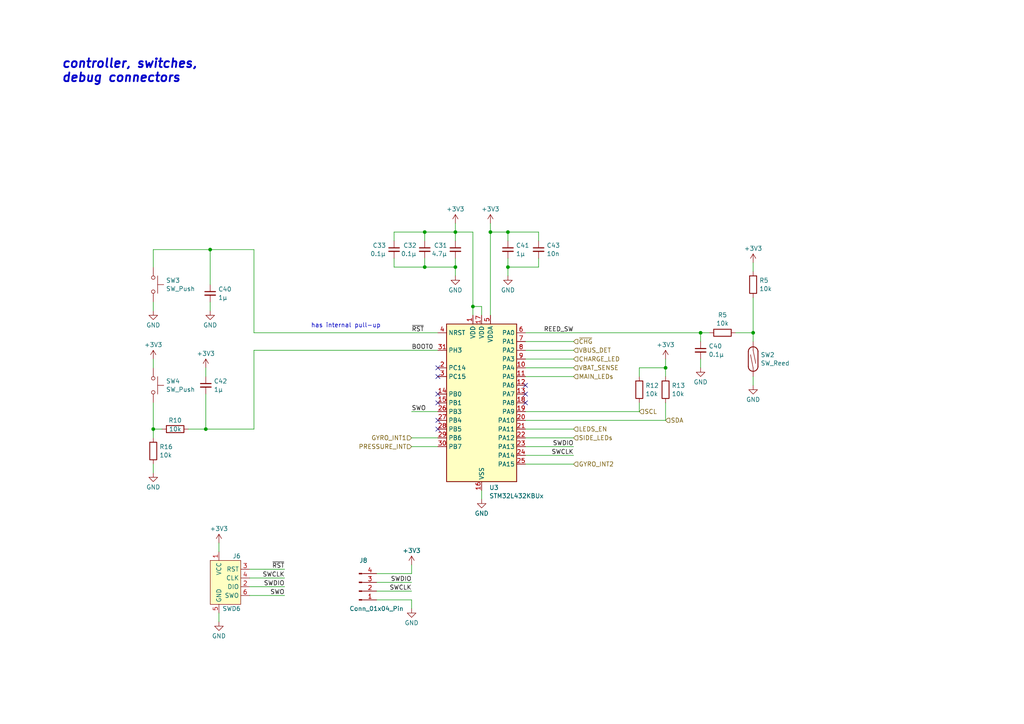
<source format=kicad_sch>
(kicad_sch (version 20230121) (generator eeschema)
  (paper "A4")
  (title_block (title "Self contained addressible RGB ring for 3M 501") (date "2024-01-08") (rev "r0.1") (company "xenua"))
  (lib_symbols
    (symbol "Connector:Conn_01x04_Pin" (pin_names (offset 1.016) hide)
      (property "Reference" "J" (at 0 5.08 0))
      (property "Value" "Conn_01x04_Pin" (at 0 -7.62 0))
      (symbol "Conn_01x04_Pin_1_1"
        (polyline (pts (xy 1.27 -5.08) (xy 0.8636 -5.08)) (stroke (width 0.1524)))
        (polyline (pts (xy 1.27 -2.54) (xy 0.8636 -2.54)) (stroke (width 0.1524)))
        (polyline (pts (xy 1.27 0) (xy 0.8636 0)) (stroke (width 0.1524)))
        (polyline (pts (xy 1.27 2.54) (xy 0.8636 2.54)) (stroke (width 0.1524)))
        (rectangle (start 0.8636 -4.953) (end 0 -5.207) (stroke (width 0.1524)) (fill (type outline)))
        (rectangle (start 0.8636 -2.413) (end 0 -2.667) (stroke (width 0.1524)) (fill (type outline)))
        (rectangle (start 0.8636 0.127) (end 0 -0.127) (stroke (width 0.1524)) (fill (type outline)))
        (rectangle (start 0.8636 2.667) (end 0 2.413) (stroke (width 0.1524)) (fill (type outline)))
        (pin passive line (at 5.08 2.54 180) (length 3.81) (name "Pin_1") (number "1"))
        (pin passive line (at 5.08 0 180) (length 3.81) (name "Pin_2") (number "2"))
        (pin passive line (at 5.08 -2.54 180) (length 3.81) (name "Pin_3") (number "3"))
        (pin passive line (at 5.08 -5.08 180) (length 3.81) (name "Pin_4") (number "4"))
      )
    )
    (symbol "Device:C_Small" (pin_numbers hide) (pin_names (offset 0.254) hide)
      (property "Reference" "C" (at 0.254 1.778 0))
      (property "Value" "C_Small" (at 0.254 -2.032 0))
      (symbol "C_Small_0_1"
        (polyline (pts (xy -1.524 -0.508) (xy 1.524 -0.508)) (stroke (width 0.3302)))
        (polyline (pts (xy -1.524 0.508) (xy 1.524 0.508)) (stroke (width 0.3048)))
      )
      (symbol "C_Small_1_1"
        (pin passive line (at 0 2.54 270) (length 2.032) (name "~") (number "1"))
        (pin passive line (at 0 -2.54 90) (length 2.032) (name "~") (number "2"))
      )
    )
    (symbol "Device:R" (pin_numbers hide) (pin_names (offset 0))
      (property "Reference" "R" (at 2.032 0 90))
      (property "Value" "R" (at 0 0 90))
      (symbol "R_0_1"
        (rectangle (start -1.016 -2.54) (end 1.016 2.54) (stroke (width 0.254)))
      )
      (symbol "R_1_1"
        (pin passive line (at 0 3.81 270) (length 1.27) (name "~") (number "1"))
        (pin passive line (at 0 -3.81 90) (length 1.27) (name "~") (number "2"))
      )
    )
    (symbol "MCU_ST_STM32L4:STM32L432KBUx"
      (property "Reference" "U" (at -10.16 24.13 0))
      (property "Value" "STM32L432KBUx" (at 5.08 24.13 0))
      (symbol "STM32L432KBUx_0_1"
        (rectangle (start -10.16 -22.86) (end 10.16 22.86) (stroke (width 0.254)) (fill (type background)))
      )
      (symbol "STM32L432KBUx_1_1"
        (pin power_in line (at -2.54 25.4 270) (length 2.54) (name "VDD") (number "1"))
        (pin bidirectional line (at 12.7 10.16 180) (length 2.54) (name "PA4") (number "10"))
        (pin bidirectional line (at 12.7 7.62 180) (length 2.54) (name "PA5") (number "11"))
        (pin bidirectional line (at 12.7 5.08 180) (length 2.54) (name "PA6") (number "12"))
        (pin bidirectional line (at 12.7 2.54 180) (length 2.54) (name "PA7") (number "13"))
        (pin bidirectional line (at -12.7 2.54 0) (length 2.54) (name "PB0") (number "14"))
        (pin bidirectional line (at -12.7 0 0) (length 2.54) (name "PB1") (number "15"))
        (pin power_in line (at 0 -25.4 90) (length 2.54) (name "VSS") (number "16"))
        (pin power_in line (at 0 25.4 270) (length 2.54) (name "VDD") (number "17"))
        (pin bidirectional line (at 12.7 0 180) (length 2.54) (name "PA8") (number "18"))
        (pin bidirectional line (at 12.7 -2.54 180) (length 2.54) (name "PA9") (number "19"))
        (pin bidirectional line (at -12.7 10.16 0) (length 2.54) (name "PC14") (number "2"))
        (pin bidirectional line (at 12.7 -5.08 180) (length 2.54) (name "PA10") (number "20"))
        (pin bidirectional line (at 12.7 -7.62 180) (length 2.54) (name "PA11") (number "21"))
        (pin bidirectional line (at 12.7 -10.16 180) (length 2.54) (name "PA12") (number "22"))
        (pin bidirectional line (at 12.7 -12.7 180) (length 2.54) (name "PA13") (number "23"))
        (pin bidirectional line (at 12.7 -15.24 180) (length 2.54) (name "PA14") (number "24"))
        (pin bidirectional line (at 12.7 -17.78 180) (length 2.54) (name "PA15") (number "25"))
        (pin bidirectional line (at -12.7 -2.54 0) (length 2.54) (name "PB3") (number "26"))
        (pin bidirectional line (at -12.7 -5.08 0) (length 2.54) (name "PB4") (number "27"))
        (pin bidirectional line (at -12.7 -7.62 0) (length 2.54) (name "PB5") (number "28"))
        (pin bidirectional line (at -12.7 -10.16 0) (length 2.54) (name "PB6") (number "29"))
        (pin bidirectional line (at -12.7 7.62 0) (length 2.54) (name "PC15") (number "3"))
        (pin bidirectional line (at -12.7 -12.7 0) (length 2.54) (name "PB7") (number "30"))
        (pin bidirectional line (at -12.7 15.24 0) (length 2.54) (name "PH3") (number "31"))
        (pin passive line (at 0 -25.4 90) (length 2.54) hide (name "VSS") (number "32"))
        (pin passive line (at 0 -25.4 90) (length 2.54) hide (name "VSS") (number "33"))
        (pin input line (at -12.7 20.32 0) (length 2.54) (name "NRST") (number "4"))
        (pin power_in line (at 2.54 25.4 270) (length 2.54) (name "VDDA") (number "5"))
        (pin bidirectional line (at 12.7 20.32 180) (length 2.54) (name "PA0") (number "6"))
        (pin bidirectional line (at 12.7 17.78 180) (length 2.54) (name "PA1") (number "7"))
        (pin bidirectional line (at 12.7 15.24 180) (length 2.54) (name "PA2") (number "8"))
        (pin bidirectional line (at 12.7 12.7 180) (length 2.54) (name "PA3") (number "9"))
      )
    )
    (symbol "Switch:SW_Push" (pin_numbers hide) (pin_names (offset 1.016) hide)
      (property "Reference" "SW" (at 1.27 2.54 0))
      (property "Value" "SW_Push" (at 0 -1.524 0))
      (symbol "SW_Push_0_1"
        (circle (center -2.032 0) (radius 0.508))
        (polyline (pts (xy 0 1.27) (xy 0 3.048)))
        (polyline (pts (xy 2.54 1.27) (xy -2.54 1.27)))
        (circle (center 2.032 0) (radius 0.508))
        (pin passive line (at -5.08 0 0) (length 2.54) (name "1") (number "1"))
        (pin passive line (at 5.08 0 180) (length 2.54) (name "2") (number "2"))
      )
    )
    (symbol "Switch:SW_Reed" (pin_numbers hide) (pin_names (offset 0) hide)
      (property "Reference" "SW" (at 0 2.54 0))
      (property "Value" "SW_Reed" (at 0 -2.54 0))
      (symbol "SW_Reed_0_0"
        (arc (start -2.159 1.397) (mid -3.55 0) (end -2.159 -1.397) (stroke (width 0.254)))
        (polyline (pts (xy -2.54 0) (xy 1.27 0.762)))
        (polyline (pts (xy -2.159 -1.397) (xy 2.286 -1.397)) (stroke (width 0.254)))
        (polyline (pts (xy 2.159 1.397) (xy -2.159 1.397)) (stroke (width 0.254)))
        (polyline (pts (xy 2.54 0) (xy -1.27 -0.762)))
        (arc (start 2.159 -1.397) (mid 3.55 0) (end 2.159 1.397) (stroke (width 0.254)))
      )
      (symbol "SW_Reed_1_1"
        (pin passive line (at -5.08 0 0) (length 2.54) (name "1") (number "1"))
        (pin passive line (at 5.08 0 180) (length 2.54) (name "2") (number "2"))
      )
    )
    (symbol "power:+3V3" (power) (pin_names (offset 0))
      (property "Value" "+3V3" (at 0 3.556 0))
      (symbol "+3V3_0_1"
        (polyline (pts (xy -0.762 1.27) (xy 0 2.54)))
        (polyline (pts (xy 0 0) (xy 0 2.54)))
        (polyline (pts (xy 0 2.54) (xy 0.762 1.27)))
      )
      (symbol "+3V3_1_1"
        (pin power_in line (at 0 0 90) (length 0) hide (name "+3V3") (number "1"))
      )
    )
    (symbol "power:GND" (power) (pin_names (offset 0))
      (property "Value" "GND" (at 0 -3.81 0))
      (symbol "GND_0_1"
        (polyline (pts (xy 0 0) (xy 0 -1.27) (xy 1.27 -1.27) (xy 0 -2.54) (xy -1.27 -1.27) (xy 0 -1.27)))
      )
      (symbol "GND_1_1"
        (pin power_in line (at 0 0 270) (length 0) hide (name "GND") (number "1"))
      )
    )
    (symbol "xenua:SWD6"
      (property "Reference" "J" (at 6.35 3.81 0))
      (property "Value" "SWD6" (at 6.35 1.27 0))
      (symbol "SWD6_0_1"
        (rectangle (start 0 0) (end 8.89 -12.7) (stroke (width 0.1524)) (fill (type background)))
      )
      (symbol "SWD6_1_1"
        (pin power_in line (at 2.54 2.54 270) (length 2.54) (name "VCC") (number "1"))
        (pin bidirectional line (at 11.43 -7.62 180) (length 2.54) (name "DIO") (number "2"))
        (pin input line (at 11.43 -2.54 180) (length 2.54) (name "RST") (number "3"))
        (pin input line (at 11.43 -5.08 180) (length 2.54) (name "CLK") (number "4"))
        (pin input line (at 2.54 -15.24 90) (length 2.54) (name "GND") (number "5"))
        (pin output line (at 11.43 -10.16 180) (length 2.54) (name "SWO") (number "6"))
      )
    )
  )
  (junction (at 123.19 77.47))
  (junction (at 60.96 72.39))
  (junction (at 147.32 77.47))
  (junction (at 203.2 96.52))
  (junction (at 142.24 67.31))
  (junction (at 132.08 77.47))
  (junction (at 44.45 124.46))
  (junction (at 193.04 106.68))
  (junction (at 123.19 67.31))
  (junction (at 137.16 88.9))
  (junction (at 132.08 67.31))
  (junction (at 218.44 96.52))
  (junction (at 147.32 67.31))
  (junction (at 59.69 124.46))
  (no_connect (at 152.4 111.76))
  (no_connect (at 152.4 116.84))
  (no_connect (at 127 124.46))
  (no_connect (at 127 106.68))
  (no_connect (at 127 109.22))
  (no_connect (at 127 121.92))
  (no_connect (at 127 114.3))
  (no_connect (at 127 116.84))
  (no_connect (at 152.4 114.3))
  (wire (pts (xy 152.4 129.54) (xy 166.37 129.54)))
  (wire (pts (xy 156.21 74.93) (xy 156.21 77.47)))
  (wire (pts (xy 147.32 67.31) (xy 156.21 67.31)))
  (wire (pts (xy 72.39 170.18) (xy 82.55 170.18)))
  (wire (pts (xy 139.7 88.9) (xy 139.7 91.44)))
  (wire (pts (xy 142.24 64.77) (xy 142.24 67.31)))
  (wire (pts (xy 137.16 67.31) (xy 137.16 88.9)))
  (wire (pts (xy 203.2 104.14) (xy 203.2 106.68)))
  (wire (pts (xy 82.55 172.72) (xy 72.39 172.72)))
  (wire (pts (xy 213.36 96.52) (xy 218.44 96.52)))
  (wire (pts (xy 59.69 114.3) (xy 59.69 124.46)))
  (wire (pts (xy 152.4 96.52) (xy 203.2 96.52)))
  (wire (pts (xy 123.19 77.47) (xy 132.08 77.47)))
  (wire (pts (xy 63.5 177.8) (xy 63.5 180.34)))
  (wire (pts (xy 119.38 119.38) (xy 127 119.38)))
  (wire (pts (xy 73.66 72.39) (xy 60.96 72.39)))
  (wire (pts (xy 152.4 106.68) (xy 166.37 106.68)))
  (wire (pts (xy 44.45 134.62) (xy 44.45 137.16)))
  (wire (pts (xy 152.4 127) (xy 166.37 127)))
  (wire (pts (xy 203.2 96.52) (xy 205.74 96.52)))
  (wire (pts (xy 59.69 106.68) (xy 59.69 109.22)))
  (wire (pts (xy 185.42 109.22) (xy 185.42 106.68)))
  (wire (pts (xy 73.66 101.6) (xy 127 101.6)))
  (wire (pts (xy 203.2 96.52) (xy 203.2 99.06)))
  (wire (pts (xy 114.3 67.31) (xy 114.3 69.85)))
  (wire (pts (xy 132.08 74.93) (xy 132.08 77.47)))
  (wire (pts (xy 152.4 134.62) (xy 166.37 134.62)))
  (wire (pts (xy 44.45 87.63) (xy 44.45 90.17)))
  (wire (pts (xy 185.42 106.68) (xy 193.04 106.68)))
  (wire (pts (xy 147.32 74.93) (xy 147.32 77.47)))
  (wire (pts (xy 137.16 88.9) (xy 139.7 88.9)))
  (wire (pts (xy 114.3 74.93) (xy 114.3 77.47)))
  (wire (pts (xy 147.32 77.47) (xy 156.21 77.47)))
  (wire (pts (xy 123.19 77.47) (xy 114.3 77.47)))
  (wire (pts (xy 218.44 76.2) (xy 218.44 78.74)))
  (wire (pts (xy 72.39 167.64) (xy 82.55 167.64)))
  (wire (pts (xy 156.21 67.31) (xy 156.21 69.85)))
  (wire (pts (xy 152.4 121.92) (xy 193.04 121.92)))
  (wire (pts (xy 119.38 173.99) (xy 109.22 173.99)))
  (wire (pts (xy 193.04 106.68) (xy 193.04 109.22)))
  (wire (pts (xy 44.45 116.84) (xy 44.45 124.46)))
  (wire (pts (xy 60.96 72.39) (xy 60.96 82.55)))
  (wire (pts (xy 132.08 64.77) (xy 132.08 67.31)))
  (wire (pts (xy 147.32 67.31) (xy 147.32 69.85)))
  (wire (pts (xy 123.19 67.31) (xy 123.19 69.85)))
  (wire (pts (xy 44.45 124.46) (xy 44.45 127)))
  (wire (pts (xy 119.38 127) (xy 127 127)))
  (wire (pts (xy 44.45 124.46) (xy 46.99 124.46)))
  (wire (pts (xy 152.4 109.22) (xy 166.37 109.22)))
  (wire (pts (xy 44.45 72.39) (xy 44.45 77.47)))
  (wire (pts (xy 123.19 74.93) (xy 123.19 77.47)))
  (wire (pts (xy 152.4 132.08) (xy 166.37 132.08)))
  (wire (pts (xy 82.55 165.1) (xy 72.39 165.1)))
  (wire (pts (xy 193.04 104.14) (xy 193.04 106.68)))
  (wire (pts (xy 73.66 101.6) (xy 73.66 124.46)))
  (wire (pts (xy 132.08 67.31) (xy 137.16 67.31)))
  (wire (pts (xy 132.08 67.31) (xy 132.08 69.85)))
  (wire (pts (xy 119.38 163.83) (xy 119.38 166.37)))
  (wire (pts (xy 218.44 96.52) (xy 218.44 99.06)))
  (wire (pts (xy 109.22 171.45) (xy 119.38 171.45)))
  (wire (pts (xy 132.08 80.01) (xy 132.08 77.47)))
  (wire (pts (xy 147.32 80.01) (xy 147.32 77.47)))
  (wire (pts (xy 152.4 101.6) (xy 166.37 101.6)))
  (wire (pts (xy 119.38 129.54) (xy 127 129.54)))
  (wire (pts (xy 60.96 87.63) (xy 60.96 90.17)))
  (wire (pts (xy 63.5 157.48) (xy 63.5 160.02)))
  (wire (pts (xy 119.38 173.99) (xy 119.38 176.53)))
  (wire (pts (xy 137.16 91.44) (xy 137.16 88.9)))
  (wire (pts (xy 152.4 119.38) (xy 185.42 119.38)))
  (wire (pts (xy 142.24 67.31) (xy 142.24 91.44)))
  (wire (pts (xy 73.66 96.52) (xy 73.66 72.39)))
  (wire (pts (xy 218.44 86.36) (xy 218.44 96.52)))
  (wire (pts (xy 44.45 72.39) (xy 60.96 72.39)))
  (wire (pts (xy 73.66 96.52) (xy 127 96.52)))
  (wire (pts (xy 109.22 168.91) (xy 119.38 168.91)))
  (wire (pts (xy 139.7 142.24) (xy 139.7 144.78)))
  (wire (pts (xy 185.42 119.38) (xy 185.42 116.84)))
  (wire (pts (xy 142.24 67.31) (xy 147.32 67.31)))
  (wire (pts (xy 218.44 109.22) (xy 218.44 111.76)))
  (wire (pts (xy 152.4 104.14) (xy 166.37 104.14)))
  (wire (pts (xy 119.38 166.37) (xy 109.22 166.37)))
  (wire (pts (xy 123.19 67.31) (xy 114.3 67.31)))
  (wire (pts (xy 123.19 67.31) (xy 132.08 67.31)))
  (wire (pts (xy 54.61 124.46) (xy 59.69 124.46)))
  (wire (pts (xy 193.04 121.92) (xy 193.04 116.84)))
  (wire (pts (xy 73.66 124.46) (xy 59.69 124.46)))
  (wire (pts (xy 152.4 99.06) (xy 166.37 99.06)))
  (wire (pts (xy 44.45 106.68) (xy 44.45 104.14)))
  (wire (pts (xy 152.4 124.46) (xy 166.37 124.46)))
  (text "has internal pull-up" (at 90.17 95.25 0) (effects (font (size 1.27 1.27)) (justify left bottom)))
  (text "controller, switches,\ndebug connectors" (at 17.78 24.13 0) (effects (font (size 2.54 2.54) (thickness 0.508) bold italic) (justify left bottom)))
  (label "SWDIO" (at 82.55 170.18 180))
  (label "SWO" (at 119.38 119.38 0))
  (label "REED_SW" (at 166.37 96.52 180))
  (label "SWCLK" (at 166.37 132.08 180))
  (label "SWDIO" (at 119.38 168.91 180))
  (label "SWCLK" (at 82.55 167.64 180))
  (label "~{RST}" (at 119.38 96.52 0))
  (label "SWO" (at 82.55 172.72 180))
  (label "BOOT0" (at 119.38 101.6 0))
  (label "SWCLK" (at 119.38 171.45 180))
  (label "~{RST}" (at 82.55 165.1 180))
  (label "SWDIO" (at 166.37 129.54 180))
  (hierarchical_label "CHARGE_LED" (shape input) (at 166.37 104.14 0))
  (hierarchical_label "PRESSURE_INT" (shape input) (at 119.38 129.54 180))
  (hierarchical_label "VBUS_DET" (shape input) (at 166.37 101.6 0))
  (hierarchical_label "GYRO_INT1" (shape input) (at 119.38 127 180))
  (hierarchical_label "~{CHG}" (shape input) (at 166.37 99.06 0))
  (hierarchical_label "SDA" (shape input) (at 193.04 121.92 0))
  (hierarchical_label "GYRO_INT2" (shape input) (at 166.37 134.62 0))
  (hierarchical_label "SCL" (shape input) (at 185.42 119.38 0))
  (hierarchical_label "SIDE_LEDs" (shape input) (at 166.37 127 0))
  (hierarchical_label "LEDS_EN" (shape input) (at 166.37 124.46 0))
  (hierarchical_label "MAIN_LEDs" (shape input) (at 166.37 109.22 0))
  (hierarchical_label "VBAT_SENSE" (shape input) (at 166.37 106.68 0))
  (symbol (lib_id "Connector:Conn_01x04_Pin") (at 104.14 171.45 0) (mirror x) (unit 1)
    (property "Reference" "J8" (at 105.41 162.56 0))
    (property "Value" "Conn_01x04_Pin" (at 109.22 176.53 0))
    (property "Footprint" "Connector_PinHeader_2.54mm:PinHeader_1x04_P2.54mm_Horizontal" (effects hide))
    (instances (project "rgb501" (path "" (reference "J8") (unit 1)) (path "" (reference "J7") (unit 1))))
  )
  (symbol (lib_id "Device:R") (at 209.55 96.52 90) (unit 1)
    (property "Reference" "R5" (at 209.55 91.3597 90))
    (property "Value" "10k" (at 209.55 93.7839 90))
    (property "Footprint" "Resistor_SMD:R_0402_1005Metric" (effects hide))
    (instances (project "rgb501" (path "" (reference "R5") (unit 1)) (path "" (reference "R18") (unit 1))))
  )
  (symbol (lib_id "power:+3V3") (at 59.69 106.68 0) (unit 1)
    (property "Reference" "#PWR029" (effects hide))
    (property "Value" "+3V3" (at 59.69 102.5469 0))
  )
  (symbol (lib_id "Device:C_Small") (at 156.21 72.39 0) (unit 1)
    (property "Reference" "C43" (at 158.5341 71.1842 0) (effects (justify left)))
    (property "Value" "10n" (at 158.5341 73.6084 0) (effects (justify left)))
    (property "Footprint" "Capacitor_SMD:C_0402_1005Metric" (effects hide))
  )
  (symbol (lib_id "Device:R") (at 44.45 130.81 0) (unit 1)
    (property "Reference" "R16" (at 46.228 129.5979 0) (effects (justify left)))
    (property "Value" "10k" (at 46.228 132.0221 0) (effects (justify left)))
    (property "Footprint" "Resistor_SMD:R_0402_1005Metric" (effects hide))
    (instances (project "rgb501" (path "" (reference "R16") (unit 1)) (path "" (reference "R9") (unit 1))))
  )
  (symbol (lib_id "power:GND") (at 203.2 106.68 0) (unit 1)
    (property "Reference" "#PWR026" (effects hide))
    (property "Value" "GND" (at 203.2 110.8131 0))
    (instances (project "rgb501" (path "" (reference "#PWR026") (unit 1)) (path "" (reference "#PWR055") (unit 1))))
  )
  (symbol (lib_id "power:GND") (at 63.5 180.34 0) (unit 1)
    (property "Reference" "#PWR031" (effects hide))
    (property "Value" "GND" (at 63.5 184.4731 0))
    (instances (project "rgb501" (path "" (reference "#PWR031") (unit 1)) (path "" (reference "#PWR032") (unit 1))))
  )
  (symbol (lib_id "power:+3V3") (at 44.45 104.14 0) (unit 1)
    (property "Reference" "#PWR034" (effects hide))
    (property "Value" "+3V3" (at 44.45 100.0069 0))
    (instances (project "rgb501" (path "" (reference "#PWR034") (unit 1)) (path "" (reference "#PWR026") (unit 1))))
  )
  (symbol (lib_id "Switch:SW_Reed") (at 218.44 104.14 90) (unit 1)
    (property "Reference" "SW2" (at 220.599 102.9279 90) (effects (justify right)))
    (property "Value" "SW_Reed" (at 220.599 105.3521 90) (effects (justify right)))
    (property "Footprint" "xenua:SW_Reed" (effects hide))
    (instances (project "rgb501" (path "" (reference "SW2") (unit 1)) (path "" (reference "SW4") (unit 1))))
  )
  (symbol (lib_id "Device:R") (at 193.04 113.03 0) (unit 1)
    (property "Reference" "R13" (at 194.818 111.8179 0) (effects (justify left)))
    (property "Value" "10k" (at 194.818 114.2421 0) (effects (justify left)))
    (property "Footprint" "Resistor_SMD:R_0402_1005Metric" (effects hide))
    (instances (project "rgb501" (path "" (reference "R13") (unit 1)) (path "" (reference "R16") (unit 1))))
  )
  (symbol (lib_id "Device:C_Small") (at 59.69 111.76 0) (unit 1)
    (property "Reference" "C42" (at 62.0141 110.5542 0) (effects (justify left)))
    (property "Value" "1µ" (at 62.0141 112.9784 0) (effects (justify left)))
    (property "Footprint" "Capacitor_SMD:C_0402_1005Metric" (effects hide))
    (instances (project "rgb501" (path "" (reference "C42") (unit 1)) (path "" (reference "C31") (unit 1))))
  )
  (symbol (lib_id "power:+3V3") (at 142.24 64.77 0) (unit 1)
    (property "Reference" "#PWR056" (effects hide))
    (property "Value" "+3V3" (at 142.24 60.6369 0))
    (instances (project "rgb501" (path "" (reference "#PWR056") (unit 1)) (path "" (reference "#PWR042") (unit 1))))
  )
  (symbol (lib_id "power:GND") (at 44.45 137.16 0) (unit 1)
    (property "Reference" "#PWR035" (effects hide))
    (property "Value" "GND" (at 44.45 141.2931 0))
    (instances (project "rgb501" (path "" (reference "#PWR035") (unit 1)) (path "" (reference "#PWR027") (unit 1))))
  )
  (symbol (lib_id "power:GND") (at 132.08 80.01 0) (mirror y) (unit 1)
    (property "Reference" "#PWR029" (effects hide))
    (property "Value" "GND" (at 132.08 84.1431 0))
    (instances (project "rgb501" (path "" (reference "#PWR029") (unit 1)) (path "" (reference "#PWR036") (unit 1))))
  )
  (symbol (lib_id "power:+3V3") (at 119.38 163.83 0) (unit 1)
    (property "Reference" "#PWR036" (effects hide))
    (property "Value" "+3V3" (at 119.38 159.6969 0))
    (instances (project "rgb501" (path "" (reference "#PWR036") (unit 1)) (path "" (reference "#PWR033") (unit 1))))
  )
  (symbol (lib_id "Device:C_Small") (at 147.32 72.39 0) (unit 1)
    (property "Reference" "C41" (at 149.6441 71.1842 0) (effects (justify left)))
    (property "Value" "1µ" (at 149.6441 73.6084 0) (effects (justify left)))
    (property "Footprint" "Capacitor_SMD:C_0402_1005Metric" (effects hide))
    (instances (project "rgb501" (path "" (reference "C41") (unit 1)) (path "" (reference "C42") (unit 1))))
  )
  (symbol (lib_id "power:GND") (at 44.45 90.17 0) (unit 1)
    (property "Reference" "#PWR033" (effects hide))
    (property "Value" "GND" (at 44.45 94.3031 0))
    (instances (project "rgb501" (path "" (reference "#PWR033") (unit 1)) (path "" (reference "#PWR025") (unit 1))))
  )
  (symbol (lib_id "Device:C_Small") (at 132.08 72.39 0) (mirror y) (unit 1)
    (property "Reference" "C31" (at 129.7559 71.1842 0) (effects (justify left)))
    (property "Value" "4.7µ" (at 129.7559 73.6084 0) (effects (justify left)))
    (property "Footprint" "Capacitor_SMD:C_0402_1005Metric" (effects hide))
    (instances (project "rgb501" (path "" (reference "C31") (unit 1)) (path "" (reference "C41") (unit 1))))
  )
  (symbol (lib_id "power:GND") (at 60.96 90.17 0) (unit 1)
    (property "Reference" "#PWR051" (effects hide))
    (property "Value" "GND" (at 60.96 94.3031 0))
    (instances (project "rgb501" (path "" (reference "#PWR051") (unit 1)) (path "" (reference "#PWR030") (unit 1))))
  )
  (symbol (lib_id "power:+3V3") (at 218.44 76.2 0) (unit 1)
    (property "Reference" "#PWR027" (effects hide))
    (property "Value" "+3V3" (at 218.44 72.0669 0))
    (instances (project "rgb501" (path "" (reference "#PWR027") (unit 1)) (path "" (reference "#PWR053") (unit 1))))
  )
  (symbol (lib_id "Device:R") (at 218.44 82.55 0) (unit 1)
    (property "Reference" "R5" (at 220.218 81.3379 0) (effects (justify left)))
    (property "Value" "10k" (at 220.218 83.7621 0) (effects (justify left)))
    (property "Footprint" "Resistor_SMD:R_0402_1005Metric" (effects hide))
    (instances (project "rgb501" (path "" (reference "R5") (unit 1)) (path "" (reference "R17") (unit 1))))
  )
  (symbol (lib_id "Device:C_Small") (at 114.3 72.39 0) (mirror y) (unit 1)
    (property "Reference" "C33" (at 111.9759 71.1842 0) (effects (justify left)))
    (property "Value" "0.1µ" (at 111.9759 73.6084 0) (effects (justify left)))
    (property "Footprint" "Capacitor_SMD:C_0402_1005Metric" (effects hide))
  )
  (symbol (lib_id "power:GND") (at 147.32 80.01 0) (mirror y) (unit 1)
    (property "Reference" "#PWR057" (effects hide))
    (property "Value" "GND" (at 147.32 84.1431 0))
    (instances (project "rgb501" (path "" (reference "#PWR057") (unit 1)) (path "" (reference "#PWR051") (unit 1))))
  )
  (symbol (lib_id "xenua:SWD6") (at 60.96 162.56 0) (unit 1)
    (property "Reference" "J6" (at 69.85 161.29 0) (effects (justify right)))
    (property "Value" "SWD6" (at 69.85 176.53 0) (effects (justify right)))
    (property "Footprint" "xenua:TC2030" (effects hide))
  )
  (symbol (lib_id "Device:C_Small") (at 203.2 101.6 0) (unit 1)
    (property "Reference" "C40" (at 205.5241 100.3942 0) (effects (justify left)))
    (property "Value" "0.1µ" (at 205.5241 102.8184 0) (effects (justify left)))
    (property "Footprint" "Capacitor_SMD:C_0402_1005Metric" (effects hide))
    (instances (project "rgb501" (path "" (reference "C40") (unit 1)) (path "" (reference "C44") (unit 1))))
  )
  (symbol (lib_id "Device:C_Small") (at 123.19 72.39 0) (mirror y) (unit 1)
    (property "Reference" "C32" (at 120.8659 71.1842 0) (effects (justify left)))
    (property "Value" "0.1µ" (at 120.8659 73.6084 0) (effects (justify left)))
    (property "Footprint" "Capacitor_SMD:C_0402_1005Metric" (effects hide))
    (instances (project "rgb501" (path "" (reference "C32") (unit 1)) (path "" (reference "C40") (unit 1))))
  )
  (symbol (lib_id "Device:R") (at 50.8 124.46 90) (unit 1)
    (property "Reference" "R10" (at 50.8 121.92 90))
    (property "Value" "10k" (at 50.8 124.46 90))
    (property "Footprint" "Resistor_SMD:R_0402_1005Metric" (effects hide))
  )
  (symbol (lib_id "power:GND") (at 119.38 176.53 0) (unit 1)
    (property "Reference" "#PWR037" (effects hide))
    (property "Value" "GND" (at 119.38 180.6631 0))
    (instances (project "rgb501" (path "" (reference "#PWR037") (unit 1)) (path "" (reference "#PWR034") (unit 1))))
  )
  (symbol (lib_id "power:+3V3") (at 132.08 64.77 0) (unit 1)
    (property "Reference" "#PWR025" (effects hide))
    (property "Value" "+3V3" (at 132.08 60.6369 0))
    (instances (project "rgb501" (path "" (reference "#PWR025") (unit 1)) (path "" (reference "#PWR035") (unit 1))))
  )
  (symbol (lib_id "power:GND") (at 139.7 144.78 0) (unit 1)
    (property "Reference" "#PWR024" (effects hide))
    (property "Value" "GND" (at 139.7 148.9131 0))
    (instances (project "rgb501" (path "" (reference "#PWR024") (unit 1)) (path "" (reference "#PWR037") (unit 1))))
  )
  (symbol (lib_id "MCU_ST_STM32L4:STM32L432KBUx") (at 139.7 116.84 0) (unit 1)
    (property "Reference" "U3" (at 141.8941 141.4201 0) (effects (justify left)))
    (property "Value" "STM32L432KBUx" (at 141.8941 143.8443 0) (effects (justify left)))
    (property "Footprint" "Package_DFN_QFN:QFN-32-1EP_5x5mm_P0.5mm_EP3.45x3.45mm" (effects hide))
    (property "Datasheet" "https://www.st.com/resource/en/datasheet/stm32l432kb.pdf" (effects hide))
  )
  (symbol (lib_id "power:+3V3") (at 193.04 104.14 0) (unit 1)
    (property "Reference" "#PWR042" (effects hide))
    (property "Value" "+3V3" (at 193.04 100.0069 0))
    (instances (project "rgb501" (path "" (reference "#PWR042") (unit 1)) (path "" (reference "#PWR052") (unit 1))))
  )
  (symbol (lib_id "Switch:SW_Push") (at 44.45 82.55 270) (unit 1)
    (property "Reference" "SW3" (at 48.133 81.3379 90) (effects (justify left)))
    (property "Value" "SW_Push" (at 48.133 83.7621 90) (effects (justify left)))
    (property "Footprint" "xenua:SW_Push_Alps_SKTCABE010" (effects hide))
    (instances (project "rgb501" (path "" (reference "SW3") (unit 1)) (path "" (reference "SW2") (unit 1))))
  )
  (symbol (lib_id "Device:R") (at 185.42 113.03 0) (mirror y) (unit 1)
    (property "Reference" "R12" (at 187.198 111.8179 0) (effects (justify right)))
    (property "Value" "10k" (at 187.198 114.2421 0) (effects (justify right)))
    (property "Footprint" "Resistor_SMD:R_0402_1005Metric" (effects hide))
    (instances (project "rgb501" (path "" (reference "R12") (unit 1)) (path "" (reference "R13") (unit 1))))
  )
  (symbol (lib_id "power:+3V3") (at 63.5 157.48 0) (unit 1)
    (property "Reference" "#PWR030" (effects hide))
    (property "Value" "+3V3" (at 63.5 153.3469 0))
    (instances (project "rgb501" (path "" (reference "#PWR030") (unit 1)) (path "" (reference "#PWR031") (unit 1))))
  )
  (symbol (lib_id "Device:C_Small") (at 60.96 85.09 0) (unit 1)
    (property "Reference" "C40" (at 63.2841 83.8842 0) (effects (justify left)))
    (property "Value" "1µ" (at 63.2841 86.3084 0) (effects (justify left)))
    (property "Footprint" "Capacitor_SMD:C_0402_1005Metric" (effects hide))
    (instances (project "rgb501" (path "" (reference "C40") (unit 1)) (path "" (reference "C32") (unit 1))))
  )
  (symbol (lib_id "power:GND") (at 218.44 111.76 0) (unit 1)
    (property "Reference" "#PWR026" (effects hide))
    (property "Value" "GND" (at 218.44 115.8931 0))
    (instances (project "rgb501" (path "" (reference "#PWR026") (unit 1)) (path "" (reference "#PWR054") (unit 1))))
  )
  (symbol (lib_id "Switch:SW_Push") (at 44.45 111.76 270) (unit 1)
    (property "Reference" "SW4" (at 48.133 110.5479 90) (effects (justify left)))
    (property "Value" "SW_Push" (at 48.133 112.9721 90) (effects (justify left)))
    (property "Footprint" "xenua:SW_Push_Alps_SKTCABE010" (effects hide))
    (instances (project "rgb501" (path "" (reference "SW4") (unit 1)) (path "" (reference "SW3") (unit 1))))
  )
)
</source>
